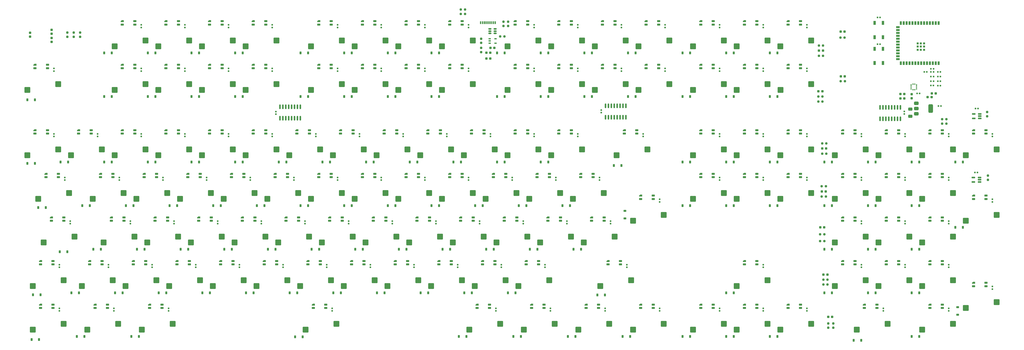
<source format=gbr>
%TF.GenerationSoftware,KiCad,Pcbnew,8.0.8*%
%TF.CreationDate,2025-04-23T12:27:23+02:00*%
%TF.ProjectId,Clavier,436c6176-6965-4722-9e6b-696361645f70,0.0*%
%TF.SameCoordinates,Original*%
%TF.FileFunction,Paste,Bot*%
%TF.FilePolarity,Positive*%
%FSLAX46Y46*%
G04 Gerber Fmt 4.6, Leading zero omitted, Abs format (unit mm)*
G04 Created by KiCad (PCBNEW 8.0.8) date 2025-04-23 12:27:23*
%MOMM*%
%LPD*%
G01*
G04 APERTURE LIST*
G04 Aperture macros list*
%AMRoundRect*
0 Rectangle with rounded corners*
0 $1 Rounding radius*
0 $2 $3 $4 $5 $6 $7 $8 $9 X,Y pos of 4 corners*
0 Add a 4 corners polygon primitive as box body*
4,1,4,$2,$3,$4,$5,$6,$7,$8,$9,$2,$3,0*
0 Add four circle primitives for the rounded corners*
1,1,$1+$1,$2,$3*
1,1,$1+$1,$4,$5*
1,1,$1+$1,$6,$7*
1,1,$1+$1,$8,$9*
0 Add four rect primitives between the rounded corners*
20,1,$1+$1,$2,$3,$4,$5,0*
20,1,$1+$1,$4,$5,$6,$7,0*
20,1,$1+$1,$6,$7,$8,$9,0*
20,1,$1+$1,$8,$9,$2,$3,0*%
%AMFreePoly0*
4,1,18,-0.410000,0.593000,-0.403758,0.624380,-0.385983,0.650983,-0.359380,0.668758,-0.328000,0.675000,0.328000,0.675000,0.359380,0.668758,0.385983,0.650983,0.403758,0.624380,0.410000,0.593000,0.410000,-0.593000,0.403758,-0.624380,0.385983,-0.650983,0.359380,-0.668758,0.328000,-0.675000,0.000000,-0.675000,-0.410000,-0.265000,-0.410000,0.593000,-0.410000,0.593000,$1*%
G04 Aperture macros list end*
%ADD10RoundRect,0.237500X-0.250000X-0.237500X0.250000X-0.237500X0.250000X0.237500X-0.250000X0.237500X0*%
%ADD11RoundRect,0.082000X-0.593000X0.328000X-0.593000X-0.328000X0.593000X-0.328000X0.593000X0.328000X0*%
%ADD12FreePoly0,270.000000*%
%ADD13RoundRect,0.250000X-1.025000X-1.000000X1.025000X-1.000000X1.025000X1.000000X-1.025000X1.000000X0*%
%ADD14RoundRect,0.155000X0.155000X-0.212500X0.155000X0.212500X-0.155000X0.212500X-0.155000X-0.212500X0*%
%ADD15RoundRect,0.237500X0.300000X0.237500X-0.300000X0.237500X-0.300000X-0.237500X0.300000X-0.237500X0*%
%ADD16RoundRect,0.155000X-0.155000X0.212500X-0.155000X-0.212500X0.155000X-0.212500X0.155000X0.212500X0*%
%ADD17RoundRect,0.225000X-0.225000X-0.375000X0.225000X-0.375000X0.225000X0.375000X-0.225000X0.375000X0*%
%ADD18RoundRect,0.225000X-0.375000X0.225000X-0.375000X-0.225000X0.375000X-0.225000X0.375000X0.225000X0*%
%ADD19RoundRect,0.375000X-0.625000X-0.375000X0.625000X-0.375000X0.625000X0.375000X-0.625000X0.375000X0*%
%ADD20RoundRect,0.500000X-0.500000X-1.400000X0.500000X-1.400000X0.500000X1.400000X-0.500000X1.400000X0*%
%ADD21RoundRect,0.237500X-0.300000X-0.237500X0.300000X-0.237500X0.300000X0.237500X-0.300000X0.237500X0*%
%ADD22RoundRect,0.150000X-0.512500X-0.150000X0.512500X-0.150000X0.512500X0.150000X-0.512500X0.150000X0*%
%ADD23RoundRect,0.237500X0.250000X0.237500X-0.250000X0.237500X-0.250000X-0.237500X0.250000X-0.237500X0*%
%ADD24RoundRect,0.225000X0.225000X0.375000X-0.225000X0.375000X-0.225000X-0.375000X0.225000X-0.375000X0*%
%ADD25RoundRect,0.237500X-0.237500X0.250000X-0.237500X-0.250000X0.237500X-0.250000X0.237500X0.250000X0*%
%ADD26RoundRect,0.087500X-0.187500X-0.087500X0.187500X-0.087500X0.187500X0.087500X-0.187500X0.087500X0*%
%ADD27RoundRect,0.087500X-0.087500X-0.187500X0.087500X-0.187500X0.087500X0.187500X-0.087500X0.187500X0*%
%ADD28RoundRect,0.150000X-0.150000X0.850000X-0.150000X-0.850000X0.150000X-0.850000X0.150000X0.850000X0*%
%ADD29RoundRect,0.162500X0.617500X0.162500X-0.617500X0.162500X-0.617500X-0.162500X0.617500X-0.162500X0*%
%ADD30R,1.100000X0.600000*%
%ADD31RoundRect,0.155000X0.212500X0.155000X-0.212500X0.155000X-0.212500X-0.155000X0.212500X-0.155000X0*%
%ADD32RoundRect,0.150000X0.150000X-0.850000X0.150000X0.850000X-0.150000X0.850000X-0.150000X-0.850000X0*%
%ADD33RoundRect,0.237500X-0.237500X0.300000X-0.237500X-0.300000X0.237500X-0.300000X0.237500X0.300000X0*%
%ADD34R,1.100000X1.800000*%
%ADD35RoundRect,0.237500X0.237500X-0.250000X0.237500X0.250000X-0.237500X0.250000X-0.237500X-0.250000X0*%
%ADD36R,0.900000X0.900000*%
%ADD37R,0.900000X1.500000*%
%ADD38R,1.500000X0.900000*%
%ADD39RoundRect,0.155000X-0.212500X-0.155000X0.212500X-0.155000X0.212500X0.155000X-0.212500X0.155000X0*%
%ADD40RoundRect,0.237500X0.237500X-0.300000X0.237500X0.300000X-0.237500X0.300000X-0.237500X-0.300000X0*%
%ADD41R,0.600000X1.240000*%
%ADD42R,0.300000X1.240000*%
%ADD43RoundRect,0.160000X0.197500X0.160000X-0.197500X0.160000X-0.197500X-0.160000X0.197500X-0.160000X0*%
%ADD44RoundRect,0.250000X-0.650000X0.412500X-0.650000X-0.412500X0.650000X-0.412500X0.650000X0.412500X0*%
G04 APERTURE END LIST*
D10*
%TO.C,R3*%
X282227500Y-110265000D03*
X284052500Y-110265000D03*
%TD*%
D11*
%TO.C,LED31*%
X430477500Y-135935000D03*
X430477500Y-134435000D03*
X425027500Y-135935000D03*
D12*
X425027500Y-134435000D03*
%TD*%
D13*
%TO.C,MX42*%
X297000000Y-171450000D03*
X283550000Y-173990000D03*
%TD*%
D10*
%TO.C,R2*%
X282227500Y-112265000D03*
X284052500Y-112265000D03*
%TD*%
D13*
%TO.C,MX60*%
X249375000Y-190500000D03*
X235925000Y-193040000D03*
%TD*%
D11*
%TO.C,LED46*%
X392377500Y-164510000D03*
X392377500Y-163010000D03*
X386927500Y-164510000D03*
D12*
X386927500Y-163010000D03*
%TD*%
D13*
%TO.C,MX53*%
X111262500Y-190500000D03*
X97812500Y-193040000D03*
%TD*%
D14*
%TO.C,C17*%
X142765000Y-137182500D03*
X142765000Y-136047500D03*
%TD*%
%TO.C,C74*%
X111808750Y-203857500D03*
X111808750Y-202722500D03*
%TD*%
D13*
%TO.C,MX84*%
X311287500Y-209550000D03*
X297837500Y-212090000D03*
%TD*%
D15*
%TO.C,C148*%
X449702500Y-119965000D03*
X447977500Y-119965000D03*
%TD*%
%TO.C,C156*%
X487677666Y-148577270D03*
X485952666Y-148577270D03*
%TD*%
D13*
%TO.C,MX30*%
X416062500Y-142875000D03*
X402612500Y-145415000D03*
%TD*%
%TO.C,MX74*%
X113643750Y-209550000D03*
X100193750Y-212090000D03*
%TD*%
%TO.C,MX63*%
X306525000Y-190500000D03*
X293075000Y-193040000D03*
%TD*%
%TO.C,MX15*%
X435112500Y-123825000D03*
X421662500Y-126365000D03*
%TD*%
D14*
%TO.C,C111*%
X226108750Y-241957500D03*
X226108750Y-240822500D03*
%TD*%
D11*
%TO.C,LED10*%
X330465000Y-116885000D03*
X330465000Y-115385000D03*
X325015000Y-116885000D03*
D12*
X325015000Y-115385000D03*
%TD*%
D13*
%TO.C,MX54*%
X135075000Y-190500000D03*
X121625000Y-193040000D03*
%TD*%
D16*
%TO.C,C136*%
X343540000Y-154197500D03*
X343540000Y-155332500D03*
%TD*%
D13*
%TO.C,MX23*%
X268425000Y-142875000D03*
X254975000Y-145415000D03*
%TD*%
%TO.C,MX22*%
X249375000Y-142875000D03*
X235925000Y-145415000D03*
%TD*%
D17*
%TO.C,D12*%
X355190000Y-129285000D03*
X358490000Y-129285000D03*
%TD*%
D18*
%TO.C,D66*%
X353876176Y-198235000D03*
X353876176Y-201535000D03*
%TD*%
D14*
%TO.C,C70*%
X457090000Y-184807500D03*
X457090000Y-183672500D03*
%TD*%
D11*
%TO.C,LED77*%
X173302500Y-202610000D03*
X173302500Y-201110000D03*
X167852500Y-202610000D03*
D12*
X167852500Y-201110000D03*
%TD*%
D17*
%TO.C,D56*%
X155165000Y-195960000D03*
X158465000Y-195960000D03*
%TD*%
D19*
%TO.C,U2*%
X480990000Y-155865000D03*
X480990000Y-153565000D03*
D20*
X487290000Y-153565000D03*
D19*
X480990000Y-151265000D03*
%TD*%
D15*
%TO.C,C154*%
X475777666Y-149177270D03*
X474052666Y-149177270D03*
%TD*%
D11*
%TO.C,LED24*%
X282840000Y-135935000D03*
X282840000Y-134435000D03*
X277390000Y-135935000D03*
D12*
X277390000Y-134435000D03*
%TD*%
D14*
%TO.C,C14*%
X414227500Y-118132500D03*
X414227500Y-116997500D03*
%TD*%
%TO.C,C1*%
X142765000Y-118132500D03*
X142765000Y-116997500D03*
%TD*%
D10*
%TO.C,R10*%
X439915000Y-168765000D03*
X441740000Y-168765000D03*
%TD*%
D13*
%TO.C,MX45*%
X363675000Y-171450000D03*
X350225000Y-173990000D03*
%TD*%
D14*
%TO.C,C112*%
X297546250Y-241957500D03*
X297546250Y-240822500D03*
%TD*%
D21*
%TO.C,C146*%
X440477500Y-226065000D03*
X442202500Y-226065000D03*
%TD*%
D17*
%TO.C,D95*%
X188502500Y-234060000D03*
X191802500Y-234060000D03*
%TD*%
D22*
%TO.C,U6*%
X294902500Y-120677500D03*
X294902500Y-119727500D03*
X294902500Y-118777500D03*
X297177500Y-118777500D03*
X297177500Y-119727500D03*
X297177500Y-120677500D03*
%TD*%
D14*
%TO.C,C103*%
X414227500Y-222907500D03*
X414227500Y-221772500D03*
%TD*%
%TO.C,C78*%
X195152500Y-203857500D03*
X195152500Y-202722500D03*
%TD*%
D17*
%TO.C,D80*%
X217077500Y-215010000D03*
X220377500Y-215010000D03*
%TD*%
%TO.C,D117*%
X398052500Y-253110000D03*
X401352500Y-253110000D03*
%TD*%
D13*
%TO.C,MX86*%
X349387500Y-209550000D03*
X335937500Y-212090000D03*
%TD*%
D17*
%TO.C,D93*%
X150402500Y-234060000D03*
X153702500Y-234060000D03*
%TD*%
D13*
%TO.C,MX28*%
X373200000Y-142875000D03*
X359750000Y-145415000D03*
%TD*%
D17*
%TO.C,D99*%
X264702500Y-234060000D03*
X268002500Y-234060000D03*
%TD*%
D14*
%TO.C,C38*%
X218965000Y-165757500D03*
X218965000Y-164622500D03*
%TD*%
D11*
%TO.C,LED47*%
X411427500Y-164510000D03*
X411427500Y-163010000D03*
X405977500Y-164510000D03*
D12*
X405977500Y-163010000D03*
%TD*%
D14*
%TO.C,C11*%
X352315000Y-118132500D03*
X352315000Y-116997500D03*
%TD*%
D13*
%TO.C,MX114*%
X347006250Y-247650000D03*
X333556250Y-250190000D03*
%TD*%
D21*
%TO.C,C143*%
X439915000Y-171015000D03*
X441640000Y-171015000D03*
%TD*%
D11*
%TO.C,LED89*%
X492390000Y-202610000D03*
X492390000Y-201110000D03*
X486940000Y-202610000D03*
D12*
X486940000Y-201110000D03*
%TD*%
D13*
%TO.C,MX68*%
X416062500Y-190500000D03*
X402612500Y-193040000D03*
%TD*%
D11*
%TO.C,LED49*%
X454290000Y-164510000D03*
X454290000Y-163010000D03*
X448840000Y-164510000D03*
D12*
X448840000Y-163010000D03*
%TD*%
D14*
%TO.C,C56*%
X171340000Y-184807500D03*
X171340000Y-183672500D03*
%TD*%
D11*
%TO.C,LED4*%
X197115000Y-116885000D03*
X197115000Y-115385000D03*
X191665000Y-116885000D03*
D12*
X191665000Y-115385000D03*
%TD*%
D17*
%TO.C,D65*%
X326615000Y-195960000D03*
X329915000Y-195960000D03*
%TD*%
D11*
%TO.C,LED83*%
X287602500Y-202610000D03*
X287602500Y-201110000D03*
X282152500Y-202610000D03*
D12*
X282152500Y-201110000D03*
%TD*%
D14*
%TO.C,C53*%
X109427500Y-184807500D03*
X109427500Y-183672500D03*
%TD*%
D17*
%TO.C,D58*%
X193265000Y-195960000D03*
X196565000Y-195960000D03*
%TD*%
%TO.C,D50*%
X459965000Y-176910000D03*
X463265000Y-176910000D03*
%TD*%
D14*
%TO.C,C92*%
X147527500Y-222907500D03*
X147527500Y-221772500D03*
%TD*%
%TO.C,C97*%
X242777500Y-222907500D03*
X242777500Y-221772500D03*
%TD*%
%TO.C,C108*%
X107046250Y-241957500D03*
X107046250Y-240822500D03*
%TD*%
D17*
%TO.C,D5*%
X212315000Y-129285000D03*
X215615000Y-129285000D03*
%TD*%
D13*
%TO.C,MX115*%
X370818750Y-247650000D03*
X357368750Y-250190000D03*
%TD*%
D14*
%TO.C,C27*%
X352315000Y-137182500D03*
X352315000Y-136047500D03*
%TD*%
%TO.C,C117*%
X414227500Y-241957500D03*
X414227500Y-240822500D03*
%TD*%
D11*
%TO.C,LED14*%
X411427500Y-116885000D03*
X411427500Y-115385000D03*
X405977500Y-116885000D03*
D12*
X405977500Y-115385000D03*
%TD*%
D17*
%TO.C,D4*%
X183740000Y-129285000D03*
X187040000Y-129285000D03*
%TD*%
D23*
%TO.C,R9*%
X441740000Y-173265000D03*
X439915000Y-173265000D03*
%TD*%
D17*
%TO.C,D92*%
X131352500Y-234060000D03*
X134652500Y-234060000D03*
%TD*%
D14*
%TO.C,C72*%
X495190000Y-184807500D03*
X495190000Y-183672500D03*
%TD*%
%TO.C,C67*%
X395177500Y-184807500D03*
X395177500Y-183672500D03*
%TD*%
%TO.C,C19*%
X180865000Y-137182500D03*
X180865000Y-136047500D03*
%TD*%
%TO.C,C98*%
X261827500Y-222907500D03*
X261827500Y-221772500D03*
%TD*%
D23*
%TO.C,R11*%
X441552500Y-192015000D03*
X439727500Y-192015000D03*
%TD*%
D24*
%TO.C,D45*%
X352345000Y-178465000D03*
X349045000Y-178465000D03*
%TD*%
D13*
%TO.C,MX87*%
X458925000Y-209550000D03*
X445475000Y-212090000D03*
%TD*%
D17*
%TO.C,D70*%
X440915000Y-195960000D03*
X444215000Y-195960000D03*
%TD*%
D24*
%TO.C,D32*%
X96401176Y-177533000D03*
X93101176Y-177533000D03*
%TD*%
D11*
%TO.C,LED9*%
X311415000Y-116885000D03*
X311415000Y-115385000D03*
X305965000Y-116885000D03*
D12*
X305965000Y-115385000D03*
%TD*%
D14*
%TO.C,C66*%
X368983750Y-194332500D03*
X368983750Y-193197500D03*
%TD*%
%TO.C,C84*%
X309452500Y-203857500D03*
X309452500Y-202722500D03*
%TD*%
D11*
%TO.C,LED111*%
X223308750Y-240710000D03*
X223308750Y-239210000D03*
X217858750Y-240710000D03*
D12*
X217858750Y-239210000D03*
%TD*%
D13*
%TO.C,MX117*%
X416062500Y-247650000D03*
X402612500Y-250190000D03*
%TD*%
%TO.C,MX20*%
X201750000Y-142875000D03*
X188300000Y-145415000D03*
%TD*%
D11*
%TO.C,LED71*%
X473340000Y-183560000D03*
X473340000Y-182060000D03*
X467890000Y-183560000D03*
D12*
X467890000Y-182060000D03*
%TD*%
D14*
%TO.C,C37*%
X199915000Y-165757500D03*
X199915000Y-164622500D03*
%TD*%
D17*
%TO.C,D67*%
X379002500Y-195960000D03*
X382302500Y-195960000D03*
%TD*%
%TO.C,D22*%
X231365000Y-148335000D03*
X234665000Y-148335000D03*
%TD*%
D13*
%TO.C,MX58*%
X211275000Y-190500000D03*
X197825000Y-193040000D03*
%TD*%
%TO.C,MX101*%
X320812500Y-228600000D03*
X307362500Y-231140000D03*
%TD*%
D14*
%TO.C,C44*%
X333265000Y-165757500D03*
X333265000Y-164622500D03*
%TD*%
D17*
%TO.C,D3*%
X164690000Y-129285000D03*
X167990000Y-129285000D03*
%TD*%
%TO.C,D86*%
X331377500Y-215010000D03*
X334677500Y-215010000D03*
%TD*%
%TO.C,D71*%
X459965000Y-195960000D03*
X463265000Y-195960000D03*
%TD*%
D25*
%TO.C,R20*%
X300840000Y-115652500D03*
X300840000Y-117477500D03*
%TD*%
D13*
%TO.C,MX64*%
X325575000Y-190500000D03*
X312125000Y-193040000D03*
%TD*%
D14*
%TO.C,C16*%
X104665000Y-137182500D03*
X104665000Y-136047500D03*
%TD*%
%TO.C,C118*%
X433277500Y-241957500D03*
X433277500Y-240822500D03*
%TD*%
%TO.C,C64*%
X323740000Y-184807500D03*
X323740000Y-183672500D03*
%TD*%
D15*
%TO.C,C142*%
X440002500Y-146015000D03*
X438277500Y-146015000D03*
%TD*%
D11*
%TO.C,LED34*%
X139965000Y-164510000D03*
X139965000Y-163010000D03*
X134515000Y-164510000D03*
D12*
X134515000Y-163010000D03*
%TD*%
D13*
%TO.C,MX66*%
X370818750Y-200025000D03*
X357368750Y-202565000D03*
%TD*%
D26*
%TO.C,U10*%
X478690166Y-145092270D03*
X478690166Y-144592270D03*
X478690166Y-144092270D03*
X478690166Y-143592270D03*
X478690166Y-143092270D03*
D27*
X479415166Y-142867270D03*
X479915166Y-142867270D03*
X480415166Y-142867270D03*
D26*
X481140166Y-143092270D03*
X481140166Y-143592270D03*
X481140166Y-144092270D03*
X481140166Y-144592270D03*
X481140166Y-145092270D03*
D27*
X480415166Y-145317270D03*
X479915166Y-145317270D03*
X479415166Y-145317270D03*
%TD*%
D21*
%TO.C,C147*%
X442577500Y-244552500D03*
X444302500Y-244552500D03*
%TD*%
D13*
%TO.C,MX95*%
X206512500Y-228600000D03*
X193062500Y-231140000D03*
%TD*%
D14*
%TO.C,C40*%
X257065000Y-165757500D03*
X257065000Y-164622500D03*
%TD*%
D13*
%TO.C,MX14*%
X416062500Y-123825000D03*
X402612500Y-126365000D03*
%TD*%
D11*
%TO.C,LED43*%
X311415000Y-164510000D03*
X311415000Y-163010000D03*
X305965000Y-164510000D03*
D12*
X305965000Y-163010000D03*
%TD*%
D14*
%TO.C,C116*%
X395177500Y-241957500D03*
X395177500Y-240822500D03*
%TD*%
D11*
%TO.C,LED25*%
X311415000Y-135935000D03*
X311415000Y-134435000D03*
X305965000Y-135935000D03*
D12*
X305965000Y-134435000D03*
%TD*%
D16*
%TO.C,C135*%
X201572500Y-154897500D03*
X201572500Y-156032500D03*
%TD*%
D17*
%TO.C,D42*%
X278990000Y-176910000D03*
X282290000Y-176910000D03*
%TD*%
D11*
%TO.C,LED62*%
X282840000Y-183560000D03*
X282840000Y-182060000D03*
X277390000Y-183560000D03*
D12*
X277390000Y-182060000D03*
%TD*%
D11*
%TO.C,LED107*%
X511440000Y-231185000D03*
X511440000Y-229685000D03*
X505990000Y-231185000D03*
D12*
X505990000Y-229685000D03*
%TD*%
D17*
%TO.C,D10*%
X317090000Y-129285000D03*
X320390000Y-129285000D03*
%TD*%
D28*
%TO.C,U4*%
X345355176Y-152325000D03*
X346625176Y-152325000D03*
X347895176Y-152325000D03*
X349165176Y-152325000D03*
X350435176Y-152325000D03*
X351705176Y-152325000D03*
X352975176Y-152325000D03*
X354245176Y-152325000D03*
X354245176Y-157325000D03*
X352975176Y-157325000D03*
X351705176Y-157325000D03*
X350435176Y-157325000D03*
X349165176Y-157325000D03*
X347895176Y-157325000D03*
X346625176Y-157325000D03*
X345355176Y-157325000D03*
%TD*%
D14*
%TO.C,C62*%
X285640000Y-184807500D03*
X285640000Y-183672500D03*
%TD*%
D17*
%TO.C,D31*%
X417102500Y-148335000D03*
X420402500Y-148335000D03*
%TD*%
D13*
%TO.C,MX85*%
X330337500Y-209550000D03*
X316887500Y-212090000D03*
%TD*%
%TO.C,MX99*%
X282712500Y-228600000D03*
X269262500Y-231140000D03*
%TD*%
%TO.C,MX113*%
X323193750Y-247650000D03*
X309743750Y-250190000D03*
%TD*%
D11*
%TO.C,LED56*%
X168540000Y-183560000D03*
X168540000Y-182060000D03*
X163090000Y-183560000D03*
D12*
X163090000Y-182060000D03*
%TD*%
D10*
%TO.C,R16*%
X440427500Y-228265000D03*
X442252500Y-228265000D03*
%TD*%
D11*
%TO.C,LED97*%
X239977500Y-221660000D03*
X239977500Y-220160000D03*
X234527500Y-221660000D03*
D12*
X234527500Y-220160000D03*
%TD*%
D14*
%TO.C,C109*%
X130858750Y-241957500D03*
X130858750Y-240822500D03*
%TD*%
D17*
%TO.C,D77*%
X159927500Y-215010000D03*
X163227500Y-215010000D03*
%TD*%
D14*
%TO.C,C137*%
X475740000Y-155932500D03*
X475740000Y-154797500D03*
%TD*%
D17*
%TO.C,D37*%
X183740000Y-176910000D03*
X187040000Y-176910000D03*
%TD*%
D11*
%TO.C,LED64*%
X320940000Y-183560000D03*
X320940000Y-182060000D03*
X315490000Y-183560000D03*
D12*
X315490000Y-182060000D03*
%TD*%
D13*
%TO.C,MX61*%
X268425000Y-190500000D03*
X254975000Y-193040000D03*
%TD*%
D14*
%TO.C,C20*%
X199915000Y-137182500D03*
X199915000Y-136047500D03*
%TD*%
%TO.C,C24*%
X285640000Y-137182500D03*
X285640000Y-136047500D03*
%TD*%
D17*
%TO.C,D52*%
X498065000Y-176910000D03*
X501365000Y-176910000D03*
%TD*%
D14*
%TO.C,C113*%
X321358750Y-241957500D03*
X321358750Y-240822500D03*
%TD*%
D11*
%TO.C,LED29*%
X392377500Y-135935000D03*
X392377500Y-134435000D03*
X386927500Y-135935000D03*
D12*
X386927500Y-134435000D03*
%TD*%
D11*
%TO.C,LED5*%
X225690000Y-116885000D03*
X225690000Y-115385000D03*
X220240000Y-116885000D03*
D12*
X220240000Y-115385000D03*
%TD*%
D13*
%TO.C,MX1*%
X144600000Y-123825000D03*
X131150000Y-126365000D03*
%TD*%
D17*
%TO.C,D111*%
X209935000Y-253265000D03*
X213235000Y-253265000D03*
%TD*%
D25*
%TO.C,R24*%
X110540000Y-120352500D03*
X110540000Y-122177500D03*
%TD*%
D17*
%TO.C,D64*%
X307565000Y-195960000D03*
X310865000Y-195960000D03*
%TD*%
D15*
%TO.C,C153*%
X475777666Y-147177270D03*
X474052666Y-147177270D03*
%TD*%
D14*
%TO.C,C32*%
X104665000Y-165757500D03*
X104665000Y-164622500D03*
%TD*%
D17*
%TO.C,D109*%
X114683750Y-253110000D03*
X117983750Y-253110000D03*
%TD*%
%TO.C,D83*%
X274227500Y-215010000D03*
X277527500Y-215010000D03*
%TD*%
D14*
%TO.C,C119*%
X466615000Y-241957500D03*
X466615000Y-240822500D03*
%TD*%
D17*
%TO.C,D113*%
X305183750Y-253110000D03*
X308483750Y-253110000D03*
%TD*%
D14*
%TO.C,C96*%
X223727500Y-222907500D03*
X223727500Y-221772500D03*
%TD*%
%TO.C,C71*%
X476140000Y-184807500D03*
X476140000Y-183672500D03*
%TD*%
D13*
%TO.C,MX49*%
X458925000Y-171450000D03*
X445475000Y-173990000D03*
%TD*%
%TO.C,MX44*%
X335100000Y-171450000D03*
X321650000Y-173990000D03*
%TD*%
%TO.C,MX116*%
X397012500Y-247650000D03*
X383562500Y-250190000D03*
%TD*%
D11*
%TO.C,LED69*%
X430477500Y-183560000D03*
X430477500Y-182060000D03*
X425027500Y-183560000D03*
D12*
X425027500Y-182060000D03*
%TD*%
D13*
%TO.C,MX19*%
X182700000Y-142875000D03*
X169250000Y-145415000D03*
%TD*%
D25*
%TO.C,R18*%
X442540000Y-247440000D03*
X442540000Y-249265000D03*
%TD*%
D11*
%TO.C,LED28*%
X368565000Y-135935000D03*
X368565000Y-134435000D03*
X363115000Y-135935000D03*
D12*
X363115000Y-134435000D03*
%TD*%
D29*
%TO.C,U8*%
X508642176Y-183695000D03*
X508642176Y-184645000D03*
X508642176Y-185595000D03*
X505942176Y-185595000D03*
X505942176Y-183695000D03*
%TD*%
D10*
%TO.C,R7*%
X438227500Y-148265000D03*
X440052500Y-148265000D03*
%TD*%
D13*
%TO.C,MX10*%
X335100000Y-123825000D03*
X321650000Y-126365000D03*
%TD*%
D14*
%TO.C,C91*%
X128477500Y-222907500D03*
X128477500Y-221772500D03*
%TD*%
D13*
%TO.C,MX75*%
X139837500Y-209550000D03*
X126387500Y-212090000D03*
%TD*%
D17*
%TO.C,D104*%
X440915000Y-234060000D03*
X444215000Y-234060000D03*
%TD*%
%TO.C,D96*%
X207552500Y-234060000D03*
X210852500Y-234060000D03*
%TD*%
D11*
%TO.C,LED30*%
X411427500Y-135935000D03*
X411427500Y-134435000D03*
X405977500Y-135935000D03*
D12*
X405977500Y-134435000D03*
%TD*%
D17*
%TO.C,D25*%
X298040000Y-148335000D03*
X301340000Y-148335000D03*
%TD*%
%TO.C,D88*%
X459965000Y-215010000D03*
X463265000Y-215010000D03*
%TD*%
%TO.C,D54*%
X117065000Y-195960000D03*
X120365000Y-195960000D03*
%TD*%
D11*
%TO.C,LED50*%
X473340000Y-164510000D03*
X473340000Y-163010000D03*
X467890000Y-164510000D03*
D12*
X467890000Y-163010000D03*
%TD*%
D11*
%TO.C,LED35*%
X159015000Y-164510000D03*
X159015000Y-163010000D03*
X153565000Y-164510000D03*
D12*
X153565000Y-163010000D03*
%TD*%
D24*
%TO.C,D102*%
X345145000Y-234965000D03*
X341845000Y-234965000D03*
%TD*%
D13*
%TO.C,MX12*%
X373200000Y-123825000D03*
X359750000Y-126365000D03*
%TD*%
%TO.C,MX37*%
X201750000Y-171450000D03*
X188300000Y-173990000D03*
%TD*%
D30*
%TO.C,U11*%
X294815166Y-124977270D03*
X294815166Y-124027270D03*
X294815166Y-123077270D03*
X297415166Y-123077270D03*
X297415166Y-124977270D03*
%TD*%
D11*
%TO.C,LED65*%
X339990000Y-183560000D03*
X339990000Y-182060000D03*
X334540000Y-183560000D03*
D12*
X334540000Y-182060000D03*
%TD*%
D11*
%TO.C,LED48*%
X430477500Y-164510000D03*
X430477500Y-163010000D03*
X425027500Y-164510000D03*
D12*
X425027500Y-163010000D03*
%TD*%
D13*
%TO.C,MX96*%
X225562500Y-228600000D03*
X212112500Y-231140000D03*
%TD*%
D17*
%TO.C,D33*%
X107540000Y-176910000D03*
X110840000Y-176910000D03*
%TD*%
D13*
%TO.C,MX76*%
X158887500Y-209550000D03*
X145437500Y-212090000D03*
%TD*%
D31*
%TO.C,C159*%
X491782666Y-152444770D03*
X490647666Y-152444770D03*
%TD*%
D21*
%TO.C,C145*%
X439077500Y-205465000D03*
X440802500Y-205465000D03*
%TD*%
D14*
%TO.C,C52*%
X514240000Y-165757500D03*
X514240000Y-164622500D03*
%TD*%
D32*
%TO.C,U5*%
X474085000Y-158015000D03*
X472815000Y-158015000D03*
X471545000Y-158015000D03*
X470275000Y-158015000D03*
X469005000Y-158015000D03*
X467735000Y-158015000D03*
X466465000Y-158015000D03*
X465195000Y-158015000D03*
X465195000Y-153015000D03*
X466465000Y-153015000D03*
X467735000Y-153015000D03*
X469005000Y-153015000D03*
X470275000Y-153015000D03*
X471545000Y-153015000D03*
X472815000Y-153015000D03*
X474085000Y-153015000D03*
%TD*%
D11*
%TO.C,LED118*%
X430477500Y-240710000D03*
X430477500Y-239210000D03*
X425027500Y-240710000D03*
D12*
X425027500Y-239210000D03*
%TD*%
D11*
%TO.C,LED3*%
X178065000Y-116885000D03*
X178065000Y-115385000D03*
X172615000Y-116885000D03*
D12*
X172615000Y-115385000D03*
%TD*%
D13*
%TO.C,MX57*%
X192225000Y-190500000D03*
X178775000Y-193040000D03*
%TD*%
D25*
%TO.C,R28*%
X291140000Y-123052500D03*
X291140000Y-124877500D03*
%TD*%
D13*
%TO.C,MX48*%
X435112500Y-171450000D03*
X421662500Y-173990000D03*
%TD*%
D11*
%TO.C,LED110*%
X151871250Y-240710000D03*
X151871250Y-239210000D03*
X146421250Y-240710000D03*
D12*
X146421250Y-239210000D03*
%TD*%
D14*
%TO.C,C75*%
X138002500Y-203857500D03*
X138002500Y-202722500D03*
%TD*%
D13*
%TO.C,MX73*%
X516075000Y-200025000D03*
X502625000Y-202565000D03*
%TD*%
D17*
%TO.C,D17*%
X126590000Y-148335000D03*
X129890000Y-148335000D03*
%TD*%
D13*
%TO.C,MX106*%
X497025000Y-228600000D03*
X483575000Y-231140000D03*
%TD*%
D14*
%TO.C,C100*%
X299927500Y-222907500D03*
X299927500Y-221772500D03*
%TD*%
D23*
%TO.C,R13*%
X440852500Y-211465000D03*
X439027500Y-211465000D03*
%TD*%
D11*
%TO.C,LED22*%
X244740000Y-135935000D03*
X244740000Y-134435000D03*
X239290000Y-135935000D03*
D12*
X239290000Y-134435000D03*
%TD*%
D11*
%TO.C,LED90*%
X104246250Y-221660000D03*
X104246250Y-220160000D03*
X98796250Y-221660000D03*
D12*
X98796250Y-220160000D03*
%TD*%
D14*
%TO.C,C45*%
X361840000Y-165757500D03*
X361840000Y-164622500D03*
%TD*%
D17*
%TO.C,D78*%
X178977500Y-215010000D03*
X182277500Y-215010000D03*
%TD*%
D11*
%TO.C,LED13*%
X392377500Y-116885000D03*
X392377500Y-115385000D03*
X386927500Y-116885000D03*
D12*
X386927500Y-115385000D03*
%TD*%
D14*
%TO.C,C90*%
X107046250Y-222907500D03*
X107046250Y-221772500D03*
%TD*%
D13*
%TO.C,MX92*%
X149362500Y-228600000D03*
X135912500Y-231140000D03*
%TD*%
D14*
%TO.C,C33*%
X123715000Y-165757500D03*
X123715000Y-164622500D03*
%TD*%
%TO.C,C12*%
X371365000Y-118132500D03*
X371365000Y-116997500D03*
%TD*%
%TO.C,C101*%
X318977500Y-222907500D03*
X318977500Y-221772500D03*
%TD*%
D17*
%TO.C,D60*%
X231365000Y-195960000D03*
X234665000Y-195960000D03*
%TD*%
D13*
%TO.C,MX89*%
X497025000Y-209550000D03*
X483575000Y-212090000D03*
%TD*%
%TO.C,MX109*%
X132693750Y-247650000D03*
X119243750Y-250190000D03*
%TD*%
D31*
%TO.C,C151*%
X507707500Y-181515000D03*
X506572500Y-181515000D03*
%TD*%
D13*
%TO.C,MX24*%
X287475000Y-142875000D03*
X274025000Y-145415000D03*
%TD*%
%TO.C,MX110*%
X156506250Y-247650000D03*
X143056250Y-250190000D03*
%TD*%
%TO.C,MX34*%
X144600000Y-171450000D03*
X131150000Y-173990000D03*
%TD*%
D11*
%TO.C,LED114*%
X342371250Y-240710000D03*
X342371250Y-239210000D03*
X336921250Y-240710000D03*
D12*
X336921250Y-239210000D03*
%TD*%
D17*
%TO.C,D57*%
X174215000Y-195960000D03*
X177515000Y-195960000D03*
%TD*%
D14*
%TO.C,C82*%
X271352500Y-203857500D03*
X271352500Y-202722500D03*
%TD*%
D11*
%TO.C,LED58*%
X206640000Y-183560000D03*
X206640000Y-182060000D03*
X201190000Y-183560000D03*
D12*
X201190000Y-182060000D03*
%TD*%
D33*
%TO.C,C158*%
X479015166Y-147314770D03*
X479015166Y-149039770D03*
%TD*%
D17*
%TO.C,D27*%
X336140000Y-148335000D03*
X339440000Y-148335000D03*
%TD*%
%TO.C,D115*%
X352808750Y-253110000D03*
X356108750Y-253110000D03*
%TD*%
D14*
%TO.C,C15*%
X433277500Y-118132500D03*
X433277500Y-116997500D03*
%TD*%
D13*
%TO.C,MX5*%
X230325000Y-123825000D03*
X216875000Y-126365000D03*
%TD*%
%TO.C,MX31*%
X435160176Y-142875000D03*
X421710176Y-145415000D03*
%TD*%
D11*
%TO.C,LED75*%
X135202500Y-202610000D03*
X135202500Y-201110000D03*
X129752500Y-202610000D03*
D12*
X129752500Y-201110000D03*
%TD*%
D17*
%TO.C,D15*%
X417102500Y-129285000D03*
X420402500Y-129285000D03*
%TD*%
D33*
%TO.C,C138*%
X94288176Y-120409500D03*
X94288176Y-122134500D03*
%TD*%
D11*
%TO.C,LED78*%
X192352500Y-202610000D03*
X192352500Y-201110000D03*
X186902500Y-202610000D03*
D12*
X186902500Y-201110000D03*
%TD*%
D14*
%TO.C,C21*%
X228490000Y-137182500D03*
X228490000Y-136047500D03*
%TD*%
%TO.C,C76*%
X157052500Y-203857500D03*
X157052500Y-202722500D03*
%TD*%
D13*
%TO.C,MX40*%
X258900000Y-171450000D03*
X245450000Y-173990000D03*
%TD*%
D21*
%TO.C,C144*%
X439777500Y-189765000D03*
X441502500Y-189765000D03*
%TD*%
D14*
%TO.C,C85*%
X328502500Y-203857500D03*
X328502500Y-202722500D03*
%TD*%
D34*
%TO.C,SW1*%
X462790000Y-116165000D03*
X462790000Y-122365000D03*
X466490000Y-116165000D03*
X466490000Y-122365000D03*
%TD*%
D24*
%TO.C,D16*%
X96401176Y-149720000D03*
X93101176Y-149720000D03*
%TD*%
D13*
%TO.C,MX82*%
X273187500Y-209550000D03*
X259737500Y-212090000D03*
%TD*%
D14*
%TO.C,C18*%
X161815000Y-137182500D03*
X161815000Y-136047500D03*
%TD*%
D13*
%TO.C,MX79*%
X216037500Y-209550000D03*
X202587500Y-212090000D03*
%TD*%
D15*
%TO.C,C149*%
X449777666Y-139477270D03*
X448052666Y-139477270D03*
%TD*%
D14*
%TO.C,C58*%
X209440000Y-184807500D03*
X209440000Y-183672500D03*
%TD*%
D11*
%TO.C,LED93*%
X163777500Y-221660000D03*
X163777500Y-220160000D03*
X158327500Y-221660000D03*
D12*
X158327500Y-220160000D03*
%TD*%
D13*
%TO.C,MX55*%
X154125000Y-190500000D03*
X140675000Y-193040000D03*
%TD*%
D11*
%TO.C,LED17*%
X139965000Y-135935000D03*
X139965000Y-134435000D03*
X134515000Y-135935000D03*
D12*
X134515000Y-134435000D03*
%TD*%
D14*
%TO.C,C102*%
X354696250Y-222907500D03*
X354696250Y-221772500D03*
%TD*%
D13*
%TO.C,MX56*%
X173175000Y-190500000D03*
X159725000Y-193040000D03*
%TD*%
D11*
%TO.C,LED54*%
X130440000Y-183560000D03*
X130440000Y-182060000D03*
X124990000Y-183560000D03*
D12*
X124990000Y-182060000D03*
%TD*%
D13*
%TO.C,MX13*%
X397012500Y-123825000D03*
X383562500Y-126365000D03*
%TD*%
D17*
%TO.C,D69*%
X417102500Y-195960000D03*
X420402500Y-195960000D03*
%TD*%
D13*
%TO.C,MX71*%
X477975000Y-190500000D03*
X464525000Y-193040000D03*
%TD*%
D10*
%TO.C,R27*%
X448002666Y-141577270D03*
X449827666Y-141577270D03*
%TD*%
D25*
%TO.C,R25*%
X113340000Y-120352500D03*
X113340000Y-122177500D03*
%TD*%
D35*
%TO.C,R22*%
X512245176Y-184668500D03*
X512245176Y-182843500D03*
%TD*%
D14*
%TO.C,C10*%
X333265000Y-118132500D03*
X333265000Y-116997500D03*
%TD*%
D21*
%TO.C,C132*%
X293377500Y-131665000D03*
X295102500Y-131665000D03*
%TD*%
D35*
%TO.C,R17*%
X444740000Y-249265000D03*
X444740000Y-247440000D03*
%TD*%
D17*
%TO.C,D23*%
X250415000Y-148335000D03*
X253715000Y-148335000D03*
%TD*%
D14*
%TO.C,C93*%
X166577500Y-222907500D03*
X166577500Y-221772500D03*
%TD*%
D35*
%TO.C,R19*%
X511890000Y-156927500D03*
X511890000Y-155102500D03*
%TD*%
D17*
%TO.C,D82*%
X255177500Y-215010000D03*
X258477500Y-215010000D03*
%TD*%
D14*
%TO.C,C34*%
X142765000Y-165757500D03*
X142765000Y-164622500D03*
%TD*%
D13*
%TO.C,MX65*%
X344625000Y-190500000D03*
X331175000Y-193040000D03*
%TD*%
D11*
%TO.C,LED6*%
X244740000Y-116885000D03*
X244740000Y-115385000D03*
X239290000Y-116885000D03*
D12*
X239290000Y-115385000D03*
%TD*%
D17*
%TO.C,D59*%
X212315000Y-195960000D03*
X215615000Y-195960000D03*
%TD*%
D11*
%TO.C,LED74*%
X109008750Y-202610000D03*
X109008750Y-201110000D03*
X103558750Y-202610000D03*
D12*
X103558750Y-201110000D03*
%TD*%
D13*
%TO.C,MX90*%
X108881250Y-228600000D03*
X95431250Y-231140000D03*
%TD*%
D17*
%TO.C,D41*%
X259940000Y-176910000D03*
X263240000Y-176910000D03*
%TD*%
D14*
%TO.C,C73*%
X514240000Y-194332500D03*
X514240000Y-193197500D03*
%TD*%
D17*
%TO.C,D62*%
X269465000Y-195960000D03*
X272765000Y-195960000D03*
%TD*%
D13*
%TO.C,MX120*%
X497025000Y-247650000D03*
X483575000Y-250190000D03*
%TD*%
D14*
%TO.C,C87*%
X457090000Y-203857500D03*
X457090000Y-202722500D03*
%TD*%
D17*
%TO.C,D9*%
X298040000Y-129285000D03*
X301340000Y-129285000D03*
%TD*%
%TO.C,D20*%
X183740000Y-148335000D03*
X187040000Y-148335000D03*
%TD*%
D36*
%TO.C,U1*%
X481605000Y-127865000D03*
X483005000Y-127865000D03*
X484405000Y-127865000D03*
X481605000Y-126465000D03*
X483005000Y-126465000D03*
X484405000Y-126465000D03*
X481605000Y-125065000D03*
X483005000Y-125065000D03*
X484405000Y-125065000D03*
D37*
X490725000Y-133715000D03*
X489455000Y-133715000D03*
X488185000Y-133715000D03*
X486915000Y-133715000D03*
X485645000Y-133715000D03*
X484375000Y-133715000D03*
X483105000Y-133715000D03*
X481835000Y-133715000D03*
X480565000Y-133715000D03*
X479295000Y-133715000D03*
X478025000Y-133715000D03*
X476755000Y-133715000D03*
X475485000Y-133715000D03*
X474215000Y-133715000D03*
D38*
X472965000Y-131950000D03*
X472965000Y-130680000D03*
X472965000Y-129410000D03*
X472965000Y-128140000D03*
X472965000Y-126870000D03*
X472965000Y-125600000D03*
X472965000Y-124330000D03*
X472965000Y-123060000D03*
X472965000Y-121790000D03*
X472965000Y-120520000D03*
X472965000Y-119250000D03*
X472965000Y-117980000D03*
D37*
X474215000Y-116215000D03*
X475485000Y-116215000D03*
X476755000Y-116215000D03*
X478025000Y-116215000D03*
X479295000Y-116215000D03*
X480565000Y-116215000D03*
X481835000Y-116215000D03*
X483105000Y-116215000D03*
X484375000Y-116215000D03*
X485645000Y-116215000D03*
X486915000Y-116215000D03*
X488185000Y-116215000D03*
X489455000Y-116215000D03*
X490725000Y-116215000D03*
%TD*%
D11*
%TO.C,LED102*%
X351896250Y-221660000D03*
X351896250Y-220160000D03*
X346446250Y-221660000D03*
D12*
X346446250Y-220160000D03*
%TD*%
D13*
%TO.C,MX11*%
X354150000Y-123825000D03*
X340700000Y-126365000D03*
%TD*%
D17*
%TO.C,D84*%
X293277500Y-215010000D03*
X296577500Y-215010000D03*
%TD*%
%TO.C,D18*%
X145640000Y-148335000D03*
X148940000Y-148335000D03*
%TD*%
%TO.C,D81*%
X236127500Y-215010000D03*
X239427500Y-215010000D03*
%TD*%
%TO.C,D103*%
X398052500Y-234060000D03*
X401352500Y-234060000D03*
%TD*%
%TO.C,D55*%
X136115000Y-195960000D03*
X139415000Y-195960000D03*
%TD*%
D11*
%TO.C,LED2*%
X159015000Y-116885000D03*
X159015000Y-115385000D03*
X153565000Y-116885000D03*
D12*
X153565000Y-115385000D03*
%TD*%
D17*
%TO.C,D75*%
X121827500Y-215010000D03*
X125127500Y-215010000D03*
%TD*%
D14*
%TO.C,C77*%
X176102500Y-203857500D03*
X176102500Y-202722500D03*
%TD*%
D11*
%TO.C,LED101*%
X316177500Y-221660000D03*
X316177500Y-220160000D03*
X310727500Y-221660000D03*
D12*
X310727500Y-220160000D03*
%TD*%
D24*
%TO.C,D119*%
X457005000Y-254800000D03*
X453705000Y-254800000D03*
%TD*%
%TO.C,D90*%
X98814176Y-234937000D03*
X95514176Y-234937000D03*
%TD*%
D11*
%TO.C,LED41*%
X273315000Y-164510000D03*
X273315000Y-163010000D03*
X267865000Y-164510000D03*
D12*
X267865000Y-163010000D03*
%TD*%
D14*
%TO.C,C83*%
X290402500Y-203857500D03*
X290402500Y-202722500D03*
%TD*%
D17*
%TO.C,D8*%
X269465000Y-129285000D03*
X272765000Y-129285000D03*
%TD*%
D11*
%TO.C,LED79*%
X211402500Y-202610000D03*
X211402500Y-201110000D03*
X205952500Y-202610000D03*
D12*
X205952500Y-201110000D03*
%TD*%
D14*
%TO.C,C50*%
X476140000Y-165757500D03*
X476140000Y-164622500D03*
%TD*%
D15*
%TO.C,C131*%
X296902500Y-127065000D03*
X295177500Y-127065000D03*
%TD*%
D17*
%TO.C,D49*%
X440915000Y-176910000D03*
X444215000Y-176910000D03*
%TD*%
D13*
%TO.C,MX2*%
X163650000Y-123825000D03*
X150200000Y-126365000D03*
%TD*%
D11*
%TO.C,LED8*%
X282840000Y-116885000D03*
X282840000Y-115385000D03*
X277390000Y-116885000D03*
D12*
X277390000Y-115385000D03*
%TD*%
D11*
%TO.C,LED52*%
X511440000Y-164510000D03*
X511440000Y-163010000D03*
X505990000Y-164510000D03*
D12*
X505990000Y-163010000D03*
%TD*%
D17*
%TO.C,D85*%
X312327500Y-215010000D03*
X315627500Y-215010000D03*
%TD*%
D13*
%TO.C,MX93*%
X168412500Y-228600000D03*
X154962500Y-231140000D03*
%TD*%
D18*
%TO.C,D107*%
X499014676Y-240294500D03*
X499014676Y-243594500D03*
%TD*%
D11*
%TO.C,LED105*%
X473340000Y-221660000D03*
X473340000Y-220160000D03*
X467890000Y-221660000D03*
D12*
X467890000Y-220160000D03*
%TD*%
D17*
%TO.C,D72*%
X479015000Y-195960000D03*
X482315000Y-195960000D03*
%TD*%
D13*
%TO.C,MX59*%
X230325000Y-190500000D03*
X216875000Y-193040000D03*
%TD*%
D39*
%TO.C,C128*%
X490397500Y-137580000D03*
X491532500Y-137580000D03*
%TD*%
D10*
%TO.C,R12*%
X439727500Y-187515000D03*
X441552500Y-187515000D03*
%TD*%
D14*
%TO.C,C51*%
X495190000Y-165757500D03*
X495190000Y-164622500D03*
%TD*%
D13*
%TO.C,MX39*%
X239850000Y-171450000D03*
X226400000Y-173990000D03*
%TD*%
D11*
%TO.C,LED55*%
X149490000Y-183560000D03*
X149490000Y-182060000D03*
X144040000Y-183560000D03*
D12*
X144040000Y-182060000D03*
%TD*%
D14*
%TO.C,C8*%
X285640000Y-118132500D03*
X285640000Y-116997500D03*
%TD*%
D11*
%TO.C,LED45*%
X359040000Y-164510000D03*
X359040000Y-163010000D03*
X353590000Y-164510000D03*
D12*
X353590000Y-163010000D03*
%TD*%
D14*
%TO.C,C7*%
X266590000Y-118132500D03*
X266590000Y-116997500D03*
%TD*%
%TO.C,C81*%
X252302500Y-203857500D03*
X252302500Y-202722500D03*
%TD*%
D17*
%TO.C,D40*%
X240890000Y-176910000D03*
X244190000Y-176910000D03*
%TD*%
D14*
%TO.C,C42*%
X295165000Y-165757500D03*
X295165000Y-164622500D03*
%TD*%
D15*
%TO.C,C141*%
X440252500Y-128265000D03*
X438527500Y-128265000D03*
%TD*%
D13*
%TO.C,MX77*%
X177937500Y-209550000D03*
X164487500Y-212090000D03*
%TD*%
D14*
%TO.C,C35*%
X161815000Y-165757500D03*
X161815000Y-164622500D03*
%TD*%
D11*
%TO.C,LED100*%
X297127500Y-221660000D03*
X297127500Y-220160000D03*
X291677500Y-221660000D03*
D12*
X291677500Y-220160000D03*
%TD*%
D11*
%TO.C,LED86*%
X344752500Y-202610000D03*
X344752500Y-201110000D03*
X339302500Y-202610000D03*
D12*
X339302500Y-201110000D03*
%TD*%
D11*
%TO.C,LED88*%
X473340000Y-202610000D03*
X473340000Y-201110000D03*
X467890000Y-202610000D03*
D12*
X467890000Y-201110000D03*
%TD*%
D11*
%TO.C,LED73*%
X511440000Y-193085000D03*
X511440000Y-191585000D03*
X505990000Y-193085000D03*
D12*
X505990000Y-191585000D03*
%TD*%
D11*
%TO.C,LED81*%
X249502500Y-202610000D03*
X249502500Y-201110000D03*
X244052500Y-202610000D03*
D12*
X244052500Y-201110000D03*
%TD*%
D13*
%TO.C,MX18*%
X163650000Y-142875000D03*
X150200000Y-145415000D03*
%TD*%
%TO.C,MX17*%
X144600000Y-142875000D03*
X131150000Y-145415000D03*
%TD*%
%TO.C,MX50*%
X477975000Y-171450000D03*
X464525000Y-173990000D03*
%TD*%
D11*
%TO.C,LED63*%
X301890000Y-183560000D03*
X301890000Y-182060000D03*
X296440000Y-183560000D03*
D12*
X296440000Y-182060000D03*
%TD*%
D14*
%TO.C,C9*%
X314215000Y-118132500D03*
X314215000Y-116997500D03*
%TD*%
D13*
%TO.C,MX41*%
X277950000Y-171450000D03*
X264500000Y-173990000D03*
%TD*%
D17*
%TO.C,D44*%
X317090000Y-176910000D03*
X320390000Y-176910000D03*
%TD*%
D11*
%TO.C,LED92*%
X144727500Y-221660000D03*
X144727500Y-220160000D03*
X139277500Y-221660000D03*
D12*
X139277500Y-220160000D03*
%TD*%
D14*
%TO.C,C60*%
X247540000Y-184807500D03*
X247540000Y-183672500D03*
%TD*%
%TO.C,C30*%
X414227500Y-137182500D03*
X414227500Y-136047500D03*
%TD*%
D13*
%TO.C,MX103*%
X416062500Y-228600000D03*
X402612500Y-231140000D03*
%TD*%
D28*
%TO.C,U3*%
X203270176Y-152765000D03*
X204540176Y-152765000D03*
X205810176Y-152765000D03*
X207080176Y-152765000D03*
X208350176Y-152765000D03*
X209620176Y-152765000D03*
X210890176Y-152765000D03*
X212160176Y-152765000D03*
X212160176Y-157765000D03*
X210890176Y-157765000D03*
X209620176Y-157765000D03*
X208350176Y-157765000D03*
X207080176Y-157765000D03*
X205810176Y-157765000D03*
X204540176Y-157765000D03*
X203270176Y-157765000D03*
%TD*%
D14*
%TO.C,C79*%
X214202500Y-203857500D03*
X214202500Y-202722500D03*
%TD*%
D11*
%TO.C,LED33*%
X120915000Y-164510000D03*
X120915000Y-163010000D03*
X115465000Y-164510000D03*
D12*
X115465000Y-163010000D03*
%TD*%
D11*
%TO.C,LED119*%
X463815000Y-240710000D03*
X463815000Y-239210000D03*
X458365000Y-240710000D03*
D12*
X458365000Y-239210000D03*
%TD*%
D11*
%TO.C,LED117*%
X411427500Y-240710000D03*
X411427500Y-239210000D03*
X405977500Y-240710000D03*
D12*
X405977500Y-239210000D03*
%TD*%
D11*
%TO.C,LED20*%
X197115000Y-135935000D03*
X197115000Y-134435000D03*
X191665000Y-135935000D03*
D12*
X191665000Y-134435000D03*
%TD*%
D14*
%TO.C,C99*%
X280877500Y-222907500D03*
X280877500Y-221772500D03*
%TD*%
D31*
%TO.C,C126*%
X488532500Y-139580000D03*
X487397500Y-139580000D03*
%TD*%
D13*
%TO.C,MX78*%
X196987500Y-209550000D03*
X183537500Y-212090000D03*
%TD*%
D14*
%TO.C,C65*%
X342790000Y-184807500D03*
X342790000Y-183672500D03*
%TD*%
%TO.C,C47*%
X414227500Y-165757500D03*
X414227500Y-164622500D03*
%TD*%
D17*
%TO.C,D29*%
X379002500Y-148335000D03*
X382302500Y-148335000D03*
%TD*%
D31*
%TO.C,C155*%
X488482666Y-143477270D03*
X487347666Y-143477270D03*
%TD*%
D11*
%TO.C,LED98*%
X259027500Y-221660000D03*
X259027500Y-220160000D03*
X253577500Y-221660000D03*
D12*
X253577500Y-220160000D03*
%TD*%
D11*
%TO.C,LED37*%
X197115000Y-164510000D03*
X197115000Y-163010000D03*
X191665000Y-164510000D03*
D12*
X191665000Y-163010000D03*
%TD*%
D14*
%TO.C,C4*%
X199915000Y-118132500D03*
X199915000Y-116997500D03*
%TD*%
D11*
%TO.C,LED112*%
X294746250Y-240710000D03*
X294746250Y-239210000D03*
X289296250Y-240710000D03*
D12*
X289296250Y-239210000D03*
%TD*%
D24*
%TO.C,D108*%
X98195000Y-254465000D03*
X94895000Y-254465000D03*
%TD*%
D11*
%TO.C,LED115*%
X366183750Y-240710000D03*
X366183750Y-239210000D03*
X360733750Y-240710000D03*
D12*
X360733750Y-239210000D03*
%TD*%
D11*
%TO.C,LED103*%
X411427500Y-221660000D03*
X411427500Y-220160000D03*
X405977500Y-221660000D03*
D12*
X405977500Y-220160000D03*
%TD*%
D24*
%TO.C,D53*%
X101100176Y-196837000D03*
X97800176Y-196837000D03*
%TD*%
D11*
%TO.C,LED84*%
X306652500Y-202610000D03*
X306652500Y-201110000D03*
X301202500Y-202610000D03*
D12*
X301202500Y-201110000D03*
%TD*%
D29*
%TO.C,U7*%
X508740000Y-155940000D03*
X508740000Y-156890000D03*
X508740000Y-157840000D03*
X506040000Y-157840000D03*
X506040000Y-155940000D03*
%TD*%
D14*
%TO.C,C49*%
X457090000Y-165757500D03*
X457090000Y-164622500D03*
%TD*%
D11*
%TO.C,LED38*%
X216165000Y-164510000D03*
X216165000Y-163010000D03*
X210715000Y-164510000D03*
D12*
X210715000Y-163010000D03*
%TD*%
D13*
%TO.C,MX70*%
X458925000Y-190500000D03*
X445475000Y-193040000D03*
%TD*%
D11*
%TO.C,LED80*%
X230452500Y-202610000D03*
X230452500Y-201110000D03*
X225002500Y-202610000D03*
D12*
X225002500Y-201110000D03*
%TD*%
D11*
%TO.C,LED57*%
X187590000Y-183560000D03*
X187590000Y-182060000D03*
X182140000Y-183560000D03*
D12*
X182140000Y-182060000D03*
%TD*%
D13*
%TO.C,MX43*%
X316050000Y-171450000D03*
X302600000Y-173990000D03*
%TD*%
D31*
%TO.C,C129*%
X465207500Y-113765000D03*
X464072500Y-113765000D03*
%TD*%
D14*
%TO.C,C13*%
X395177500Y-118132500D03*
X395177500Y-116997500D03*
%TD*%
%TO.C,C59*%
X228490000Y-184807500D03*
X228490000Y-183672500D03*
%TD*%
D13*
%TO.C,MX98*%
X263662500Y-228600000D03*
X250212500Y-231140000D03*
%TD*%
D14*
%TO.C,C105*%
X476140000Y-222907500D03*
X476140000Y-221772500D03*
%TD*%
D17*
%TO.C,D97*%
X226602500Y-234060000D03*
X229902500Y-234060000D03*
%TD*%
D13*
%TO.C,MX104*%
X458925000Y-228600000D03*
X445475000Y-231140000D03*
%TD*%
%TO.C,MX100*%
X301762500Y-228600000D03*
X288312500Y-231140000D03*
%TD*%
D11*
%TO.C,LED1*%
X139965000Y-116885000D03*
X139965000Y-115385000D03*
X134515000Y-116885000D03*
D12*
X134515000Y-115385000D03*
%TD*%
D25*
%TO.C,R21*%
X302840000Y-115652500D03*
X302840000Y-117477500D03*
%TD*%
D35*
%TO.C,R23*%
X116140000Y-122177500D03*
X116140000Y-120352500D03*
%TD*%
D11*
%TO.C,LED40*%
X254265000Y-164510000D03*
X254265000Y-163010000D03*
X248815000Y-164510000D03*
D12*
X248815000Y-163010000D03*
%TD*%
D10*
%TO.C,R26*%
X492282666Y-158177270D03*
X494107666Y-158177270D03*
%TD*%
D13*
%TO.C,MX52*%
X516075000Y-171450000D03*
X502625000Y-173990000D03*
%TD*%
D17*
%TO.C,D43*%
X298040000Y-176910000D03*
X301340000Y-176910000D03*
%TD*%
%TO.C,D118*%
X417102500Y-253110000D03*
X420402500Y-253110000D03*
%TD*%
%TO.C,D98*%
X245652500Y-234060000D03*
X248952500Y-234060000D03*
%TD*%
D13*
%TO.C,MX72*%
X497025000Y-190500000D03*
X483575000Y-193040000D03*
%TD*%
D11*
%TO.C,LED66*%
X366183750Y-193085000D03*
X366183750Y-191585000D03*
X360733750Y-193085000D03*
D12*
X360733750Y-191585000D03*
%TD*%
D17*
%TO.C,D38*%
X202790000Y-176910000D03*
X206090000Y-176910000D03*
%TD*%
D11*
%TO.C,LED109*%
X128058750Y-240710000D03*
X128058750Y-239210000D03*
X122608750Y-240710000D03*
D12*
X122608750Y-239210000D03*
%TD*%
D11*
%TO.C,LED87*%
X454290000Y-202610000D03*
X454290000Y-201110000D03*
X448840000Y-202610000D03*
D12*
X448840000Y-201110000D03*
%TD*%
D17*
%TO.C,D89*%
X479015000Y-215010000D03*
X482315000Y-215010000D03*
%TD*%
D14*
%TO.C,C115*%
X368983750Y-241957500D03*
X368983750Y-240822500D03*
%TD*%
D31*
%TO.C,C125*%
X488532500Y-137580000D03*
X487397500Y-137580000D03*
%TD*%
D13*
%TO.C,MX9*%
X316050000Y-123825000D03*
X302600000Y-126365000D03*
%TD*%
%TO.C,MX94*%
X187462500Y-228600000D03*
X174012500Y-231140000D03*
%TD*%
D17*
%TO.C,D112*%
X281371250Y-253110000D03*
X284671250Y-253110000D03*
%TD*%
%TO.C,D63*%
X288515000Y-195960000D03*
X291815000Y-195960000D03*
%TD*%
%TO.C,D114*%
X328996250Y-253110000D03*
X332296250Y-253110000D03*
%TD*%
D14*
%TO.C,C107*%
X514240000Y-232432500D03*
X514240000Y-231297500D03*
%TD*%
D39*
%TO.C,C134*%
X481347666Y-146977270D03*
X482482666Y-146977270D03*
%TD*%
D11*
%TO.C,LED53*%
X106627500Y-183560000D03*
X106627500Y-182060000D03*
X101177500Y-183560000D03*
D12*
X101177500Y-182060000D03*
%TD*%
D14*
%TO.C,C25*%
X314215000Y-137182500D03*
X314215000Y-136047500D03*
%TD*%
D11*
%TO.C,LED60*%
X244740000Y-183560000D03*
X244740000Y-182060000D03*
X239290000Y-183560000D03*
D12*
X239290000Y-182060000D03*
%TD*%
D11*
%TO.C,LED18*%
X159015000Y-135935000D03*
X159015000Y-134435000D03*
X153565000Y-135935000D03*
D12*
X153565000Y-134435000D03*
%TD*%
D17*
%TO.C,D94*%
X169452500Y-234060000D03*
X172752500Y-234060000D03*
%TD*%
D11*
%TO.C,LED39*%
X235215000Y-164510000D03*
X235215000Y-163010000D03*
X229765000Y-164510000D03*
D12*
X229765000Y-163010000D03*
%TD*%
D11*
%TO.C,LED36*%
X178065000Y-164510000D03*
X178065000Y-163010000D03*
X172615000Y-164510000D03*
D12*
X172615000Y-163010000D03*
%TD*%
D11*
%TO.C,LED85*%
X325702500Y-202610000D03*
X325702500Y-201110000D03*
X320252500Y-202610000D03*
D12*
X320252500Y-201110000D03*
%TD*%
D17*
%TO.C,D34*%
X126590000Y-176910000D03*
X129890000Y-176910000D03*
%TD*%
D13*
%TO.C,MX26*%
X335100000Y-142875000D03*
X321650000Y-145415000D03*
%TD*%
D17*
%TO.C,D24*%
X269465000Y-148335000D03*
X272765000Y-148335000D03*
%TD*%
D11*
%TO.C,LED70*%
X454290000Y-183560000D03*
X454290000Y-182060000D03*
X448840000Y-183560000D03*
D12*
X448840000Y-182060000D03*
%TD*%
D14*
%TO.C,C6*%
X247540000Y-118132500D03*
X247540000Y-116997500D03*
%TD*%
D11*
%TO.C,LED99*%
X278077500Y-221660000D03*
X278077500Y-220160000D03*
X272627500Y-221660000D03*
D12*
X272627500Y-220160000D03*
%TD*%
D17*
%TO.C,D116*%
X379002500Y-253110000D03*
X382302500Y-253110000D03*
%TD*%
D13*
%TO.C,MX97*%
X244612500Y-228600000D03*
X231162500Y-231140000D03*
%TD*%
D17*
%TO.C,D30*%
X398052500Y-148335000D03*
X401352500Y-148335000D03*
%TD*%
D31*
%TO.C,C121*%
X485607500Y-137565000D03*
X484472500Y-137565000D03*
%TD*%
D11*
%TO.C,LED61*%
X263790000Y-183560000D03*
X263790000Y-182060000D03*
X258340000Y-183560000D03*
D12*
X258340000Y-182060000D03*
%TD*%
D40*
%TO.C,C139*%
X103686176Y-124420500D03*
X103686176Y-122695500D03*
%TD*%
D17*
%TO.C,D21*%
X212315000Y-148335000D03*
X215615000Y-148335000D03*
%TD*%
D14*
%TO.C,C28*%
X371365000Y-137182500D03*
X371365000Y-136047500D03*
%TD*%
%TO.C,C26*%
X333265000Y-137182500D03*
X333265000Y-136047500D03*
%TD*%
%TO.C,C110*%
X154671250Y-241957500D03*
X154671250Y-240822500D03*
%TD*%
D13*
%TO.C,MX7*%
X268425000Y-123825000D03*
X254975000Y-126365000D03*
%TD*%
D14*
%TO.C,C39*%
X238015000Y-165757500D03*
X238015000Y-164622500D03*
%TD*%
D17*
%TO.C,D106*%
X479015000Y-234060000D03*
X482315000Y-234060000D03*
%TD*%
D10*
%TO.C,R5*%
X438477500Y-130515000D03*
X440302500Y-130515000D03*
%TD*%
D11*
%TO.C,LED91*%
X125677500Y-221660000D03*
X125677500Y-220160000D03*
X120227500Y-221660000D03*
D12*
X120227500Y-220160000D03*
%TD*%
D13*
%TO.C,MX51*%
X497025000Y-171450000D03*
X483575000Y-173990000D03*
%TD*%
D17*
%TO.C,D105*%
X459965000Y-234060000D03*
X463265000Y-234060000D03*
%TD*%
D21*
%TO.C,C157*%
X487752666Y-146977270D03*
X489477666Y-146977270D03*
%TD*%
D14*
%TO.C,C41*%
X276115000Y-165757500D03*
X276115000Y-164622500D03*
%TD*%
D39*
%TO.C,C124*%
X490419717Y-141580000D03*
X491554717Y-141580000D03*
%TD*%
D17*
%TO.C,D51*%
X479015000Y-176910000D03*
X482315000Y-176910000D03*
%TD*%
D14*
%TO.C,C69*%
X433277500Y-184807500D03*
X433277500Y-183672500D03*
%TD*%
%TO.C,C95*%
X204677500Y-222907500D03*
X204677500Y-221772500D03*
%TD*%
D17*
%TO.C,D36*%
X164690000Y-176910000D03*
X167990000Y-176910000D03*
%TD*%
%TO.C,D7*%
X250415000Y-129285000D03*
X253715000Y-129285000D03*
%TD*%
D11*
%TO.C,LED12*%
X368565000Y-116885000D03*
X368565000Y-115385000D03*
X363115000Y-116885000D03*
D12*
X363115000Y-115385000D03*
%TD*%
D17*
%TO.C,D76*%
X140877500Y-215010000D03*
X144177500Y-215010000D03*
%TD*%
D23*
%TO.C,R8*%
X440052500Y-150515000D03*
X438227500Y-150515000D03*
%TD*%
D14*
%TO.C,C48*%
X433277500Y-165757500D03*
X433277500Y-164622500D03*
%TD*%
D13*
%TO.C,MX88*%
X477975000Y-209550000D03*
X464525000Y-212090000D03*
%TD*%
%TO.C,MX35*%
X163650000Y-171450000D03*
X150200000Y-173990000D03*
%TD*%
D11*
%TO.C,LED108*%
X104246250Y-240710000D03*
X104246250Y-239210000D03*
X98796250Y-240710000D03*
D12*
X98796250Y-239210000D03*
%TD*%
D11*
%TO.C,LED42*%
X292365000Y-164510000D03*
X292365000Y-163010000D03*
X286915000Y-164510000D03*
D12*
X286915000Y-163010000D03*
%TD*%
D14*
%TO.C,C94*%
X185627500Y-222907500D03*
X185627500Y-221772500D03*
%TD*%
%TO.C,C89*%
X495190000Y-203857500D03*
X495190000Y-202722500D03*
%TD*%
%TO.C,C55*%
X152290000Y-184807500D03*
X152290000Y-183672500D03*
%TD*%
%TO.C,C104*%
X457090000Y-222907500D03*
X457090000Y-221772500D03*
%TD*%
D11*
%TO.C,LED44*%
X330465000Y-164510000D03*
X330465000Y-163010000D03*
X325015000Y-164510000D03*
D12*
X325015000Y-163010000D03*
%TD*%
D11*
%TO.C,LED27*%
X349515000Y-135935000D03*
X349515000Y-134435000D03*
X344065000Y-135935000D03*
D12*
X344065000Y-134435000D03*
%TD*%
D14*
%TO.C,C22*%
X247540000Y-137182500D03*
X247540000Y-136047500D03*
%TD*%
%TO.C,C36*%
X180865000Y-165757500D03*
X180865000Y-164622500D03*
%TD*%
D11*
%TO.C,LED23*%
X263790000Y-135935000D03*
X263790000Y-134435000D03*
X258340000Y-135935000D03*
D12*
X258340000Y-134435000D03*
%TD*%
D13*
%TO.C,MX16*%
X106500000Y-142875000D03*
X93050000Y-145415000D03*
%TD*%
%TO.C,MX83*%
X292237500Y-209550000D03*
X278787500Y-212090000D03*
%TD*%
%TO.C,MX3*%
X182700000Y-123825000D03*
X169250000Y-126365000D03*
%TD*%
D11*
%TO.C,LED120*%
X492390000Y-240710000D03*
X492390000Y-239210000D03*
X486940000Y-240710000D03*
D12*
X486940000Y-239210000D03*
%TD*%
D17*
%TO.C,D28*%
X355190000Y-148335000D03*
X358490000Y-148335000D03*
%TD*%
D23*
%TO.C,R15*%
X442252500Y-230465000D03*
X440427500Y-230465000D03*
%TD*%
D17*
%TO.C,D110*%
X138496250Y-253110000D03*
X141796250Y-253110000D03*
%TD*%
D13*
%TO.C,MX108*%
X108881250Y-247650000D03*
X95431250Y-250190000D03*
%TD*%
D17*
%TO.C,D100*%
X283752500Y-234060000D03*
X287052500Y-234060000D03*
%TD*%
%TO.C,D47*%
X398052500Y-176910000D03*
X401352500Y-176910000D03*
%TD*%
D13*
%TO.C,MX67*%
X397012500Y-190500000D03*
X383562500Y-193040000D03*
%TD*%
D17*
%TO.C,D6*%
X231365000Y-129285000D03*
X234665000Y-129285000D03*
%TD*%
D14*
%TO.C,C23*%
X266590000Y-137182500D03*
X266590000Y-136047500D03*
%TD*%
D13*
%TO.C,MX102*%
X356531250Y-228600000D03*
X343081250Y-231140000D03*
%TD*%
D14*
%TO.C,C80*%
X233252500Y-203857500D03*
X233252500Y-202722500D03*
%TD*%
D13*
%TO.C,MX62*%
X287475000Y-190500000D03*
X274025000Y-193040000D03*
%TD*%
D23*
%TO.C,R4*%
X449727666Y-122577270D03*
X447902666Y-122577270D03*
%TD*%
D14*
%TO.C,C3*%
X180865000Y-118132500D03*
X180865000Y-116997500D03*
%TD*%
D41*
%TO.C,J1*%
X290892471Y-116032529D03*
X291692471Y-116032529D03*
D42*
X292842471Y-116032529D03*
X293842471Y-116032529D03*
X294342471Y-116032529D03*
X295342471Y-116032529D03*
D41*
X296492471Y-116032529D03*
X297292471Y-116032529D03*
X297292471Y-116032529D03*
X296492471Y-116032529D03*
D42*
X295842471Y-116032529D03*
X294842471Y-116032529D03*
X293342471Y-116032529D03*
X292342471Y-116032529D03*
D41*
X291692471Y-116032529D03*
X290892471Y-116032529D03*
%TD*%
D17*
%TO.C,D120*%
X479015000Y-253110000D03*
X482315000Y-253110000D03*
%TD*%
D14*
%TO.C,C106*%
X495190000Y-222907500D03*
X495190000Y-221772500D03*
%TD*%
D13*
%TO.C,MX36*%
X182700000Y-171450000D03*
X169250000Y-173990000D03*
%TD*%
D17*
%TO.C,D1*%
X126590000Y-129285000D03*
X129890000Y-129285000D03*
%TD*%
%TO.C,D48*%
X417102500Y-176910000D03*
X420402500Y-176910000D03*
%TD*%
%TO.C,D79*%
X198027500Y-215010000D03*
X201327500Y-215010000D03*
%TD*%
D13*
%TO.C,MX119*%
X468450000Y-247650000D03*
X455000000Y-250190000D03*
%TD*%
D17*
%TO.C,D19*%
X164690000Y-148335000D03*
X167990000Y-148335000D03*
%TD*%
D14*
%TO.C,C68*%
X414227500Y-184807500D03*
X414227500Y-183672500D03*
%TD*%
D11*
%TO.C,LED21*%
X225690000Y-135935000D03*
X225690000Y-134435000D03*
X220240000Y-135935000D03*
D12*
X220240000Y-134435000D03*
%TD*%
D17*
%TO.C,D39*%
X221840000Y-176910000D03*
X225140000Y-176910000D03*
%TD*%
D11*
%TO.C,LED113*%
X318558750Y-240710000D03*
X318558750Y-239210000D03*
X313108750Y-240710000D03*
D12*
X313108750Y-239210000D03*
%TD*%
D17*
%TO.C,D35*%
X145640000Y-176910000D03*
X148940000Y-176910000D03*
%TD*%
D13*
%TO.C,MX32*%
X106500000Y-171450000D03*
X93050000Y-173990000D03*
%TD*%
D11*
%TO.C,LED82*%
X268552500Y-202610000D03*
X268552500Y-201110000D03*
X263102500Y-202610000D03*
D12*
X263102500Y-201110000D03*
%TD*%
D14*
%TO.C,C46*%
X395177500Y-165757500D03*
X395177500Y-164622500D03*
%TD*%
D11*
%TO.C,LED96*%
X220927500Y-221660000D03*
X220927500Y-220160000D03*
X215477500Y-221660000D03*
D12*
X215477500Y-220160000D03*
%TD*%
D13*
%TO.C,MX4*%
X201750000Y-123825000D03*
X188300000Y-126365000D03*
%TD*%
D34*
%TO.C,SW2*%
X462790000Y-127465000D03*
X462790000Y-133665000D03*
X466490000Y-127465000D03*
X466490000Y-133665000D03*
%TD*%
D17*
%TO.C,D101*%
X302802500Y-234060000D03*
X306102500Y-234060000D03*
%TD*%
D11*
%TO.C,LED72*%
X492390000Y-183560000D03*
X492390000Y-182060000D03*
X486940000Y-183560000D03*
D12*
X486940000Y-182060000D03*
%TD*%
D31*
%TO.C,C123*%
X488532500Y-141580000D03*
X487397500Y-141580000D03*
%TD*%
D13*
%TO.C,MX118*%
X435112500Y-247650000D03*
X421662500Y-250190000D03*
%TD*%
D11*
%TO.C,LED67*%
X392377500Y-183560000D03*
X392377500Y-182060000D03*
X386927500Y-183560000D03*
D12*
X386927500Y-182060000D03*
%TD*%
D14*
%TO.C,C43*%
X314215000Y-165757500D03*
X314215000Y-164622500D03*
%TD*%
D11*
%TO.C,LED26*%
X330465000Y-135935000D03*
X330465000Y-134435000D03*
X325015000Y-135935000D03*
D12*
X325015000Y-134435000D03*
%TD*%
D17*
%TO.C,D68*%
X398052500Y-195960000D03*
X401352500Y-195960000D03*
%TD*%
D39*
%TO.C,C127*%
X490397500Y-139580000D03*
X491532500Y-139580000D03*
%TD*%
D43*
%TO.C,R1*%
X488537500Y-136165000D03*
X487342500Y-136165000D03*
%TD*%
D14*
%TO.C,C2*%
X161815000Y-118132500D03*
X161815000Y-116997500D03*
%TD*%
%TO.C,C114*%
X345171250Y-241957500D03*
X345171250Y-240822500D03*
%TD*%
D17*
%TO.C,D2*%
X145640000Y-129285000D03*
X148940000Y-129285000D03*
%TD*%
D11*
%TO.C,LED7*%
X263790000Y-116885000D03*
X263790000Y-115385000D03*
X258340000Y-116885000D03*
D12*
X258340000Y-115385000D03*
%TD*%
D21*
%TO.C,C133*%
X293377500Y-129155000D03*
X295102500Y-129155000D03*
%TD*%
D11*
%TO.C,LED32*%
X101865000Y-164510000D03*
X101865000Y-163010000D03*
X96415000Y-164510000D03*
D12*
X96415000Y-163010000D03*
%TD*%
D13*
%TO.C,MX81*%
X254137500Y-209550000D03*
X240687500Y-212090000D03*
%TD*%
D17*
%TO.C,D46*%
X379002500Y-176910000D03*
X382302500Y-176910000D03*
%TD*%
D13*
%TO.C,MX21*%
X230325000Y-142875000D03*
X216875000Y-145415000D03*
%TD*%
D23*
%TO.C,R6*%
X440302500Y-126015000D03*
X438477500Y-126015000D03*
%TD*%
D11*
%TO.C,LED106*%
X492390000Y-221660000D03*
X492390000Y-220160000D03*
X486940000Y-221660000D03*
D12*
X486940000Y-220160000D03*
%TD*%
D14*
%TO.C,C31*%
X433277500Y-137182500D03*
X433277500Y-136047500D03*
%TD*%
D13*
%TO.C,MX112*%
X299381250Y-247650000D03*
X285931250Y-250190000D03*
%TD*%
D17*
%TO.C,D91*%
X112302500Y-234060000D03*
X115602500Y-234060000D03*
%TD*%
D13*
%TO.C,MX69*%
X435112500Y-190500000D03*
X421662500Y-193040000D03*
%TD*%
D11*
%TO.C,LED76*%
X154252500Y-202610000D03*
X154252500Y-201110000D03*
X148802500Y-202610000D03*
D12*
X148802500Y-201110000D03*
%TD*%
D14*
%TO.C,C61*%
X266590000Y-184807500D03*
X266590000Y-183672500D03*
%TD*%
D13*
%TO.C,MX6*%
X249375000Y-123825000D03*
X235925000Y-126365000D03*
%TD*%
D11*
%TO.C,LED104*%
X454290000Y-221660000D03*
X454290000Y-220160000D03*
X448840000Y-221660000D03*
D12*
X448840000Y-220160000D03*
%TD*%
D14*
%TO.C,C88*%
X476140000Y-203857500D03*
X476140000Y-202722500D03*
%TD*%
D33*
%TO.C,C140*%
X103686176Y-119139500D03*
X103686176Y-120864500D03*
%TD*%
D17*
%TO.C,D73*%
X498065000Y-205485000D03*
X501365000Y-205485000D03*
%TD*%
D11*
%TO.C,LED19*%
X178065000Y-135935000D03*
X178065000Y-134435000D03*
X172615000Y-135935000D03*
D12*
X172615000Y-134435000D03*
%TD*%
D17*
%TO.C,D13*%
X379002500Y-129285000D03*
X382302500Y-129285000D03*
%TD*%
D13*
%TO.C,MX80*%
X235087500Y-209550000D03*
X221637500Y-212090000D03*
%TD*%
D25*
%TO.C,R29*%
X291140000Y-127052500D03*
X291140000Y-128877500D03*
%TD*%
D14*
%TO.C,C54*%
X133240000Y-184807500D03*
X133240000Y-183672500D03*
%TD*%
D11*
%TO.C,LED95*%
X201877500Y-221660000D03*
X201877500Y-220160000D03*
X196427500Y-221660000D03*
D12*
X196427500Y-220160000D03*
%TD*%
D24*
%TO.C,D74*%
X110498176Y-216141000D03*
X107198176Y-216141000D03*
%TD*%
D11*
%TO.C,LED15*%
X430477500Y-116885000D03*
X430477500Y-115385000D03*
X425027500Y-116885000D03*
D12*
X425027500Y-115385000D03*
%TD*%
D13*
%TO.C,MX46*%
X397012500Y-171450000D03*
X383562500Y-173990000D03*
%TD*%
%TO.C,MX38*%
X220800000Y-171450000D03*
X207350000Y-173990000D03*
%TD*%
D14*
%TO.C,C57*%
X190390000Y-184807500D03*
X190390000Y-183672500D03*
%TD*%
%TO.C,C29*%
X395177500Y-137182500D03*
X395177500Y-136047500D03*
%TD*%
D17*
%TO.C,D87*%
X440915000Y-215010000D03*
X444215000Y-215010000D03*
%TD*%
D44*
%TO.C,C152*%
X478415166Y-153814770D03*
X478415166Y-156939770D03*
%TD*%
D13*
%TO.C,MX33*%
X125550000Y-171450000D03*
X112100000Y-173990000D03*
%TD*%
D31*
%TO.C,C130*%
X465207500Y-125465000D03*
X464072500Y-125465000D03*
%TD*%
D11*
%TO.C,LED51*%
X492390000Y-164510000D03*
X492390000Y-163010000D03*
X486940000Y-164510000D03*
D12*
X486940000Y-163010000D03*
%TD*%
D13*
%TO.C,MX111*%
X227943750Y-247650000D03*
X214493750Y-250190000D03*
%TD*%
D10*
%TO.C,R14*%
X439027500Y-208465000D03*
X440852500Y-208465000D03*
%TD*%
D13*
%TO.C,MX105*%
X477975000Y-228600000D03*
X464525000Y-231140000D03*
%TD*%
D11*
%TO.C,LED16*%
X101865000Y-135935000D03*
X101865000Y-134435000D03*
X96415000Y-135935000D03*
D12*
X96415000Y-134435000D03*
%TD*%
D11*
%TO.C,LED11*%
X349515000Y-116885000D03*
X349515000Y-115385000D03*
X344065000Y-116885000D03*
D12*
X344065000Y-115385000D03*
%TD*%
D13*
%TO.C,MX91*%
X130312500Y-228600000D03*
X116862500Y-231140000D03*
%TD*%
%TO.C,MX8*%
X287475000Y-123825000D03*
X274025000Y-126365000D03*
%TD*%
D17*
%TO.C,D14*%
X398052500Y-129285000D03*
X401352500Y-129285000D03*
%TD*%
D13*
%TO.C,MX25*%
X316050000Y-142875000D03*
X302600000Y-145415000D03*
%TD*%
D14*
%TO.C,C86*%
X347552500Y-203857500D03*
X347552500Y-202722500D03*
%TD*%
D17*
%TO.C,D26*%
X317090000Y-148335000D03*
X320390000Y-148335000D03*
%TD*%
D14*
%TO.C,C120*%
X495190000Y-241957500D03*
X495190000Y-240822500D03*
%TD*%
D31*
%TO.C,C150*%
X507957500Y-153515000D03*
X506822500Y-153515000D03*
%TD*%
D39*
%TO.C,C122*%
X490397500Y-143580000D03*
X491532500Y-143580000D03*
%TD*%
D17*
%TO.C,D61*%
X250415000Y-195960000D03*
X253715000Y-195960000D03*
%TD*%
D11*
%TO.C,LED59*%
X225690000Y-183560000D03*
X225690000Y-182060000D03*
X220240000Y-183560000D03*
D12*
X220240000Y-182060000D03*
%TD*%
D14*
%TO.C,C5*%
X228490000Y-118132500D03*
X228490000Y-116997500D03*
%TD*%
D11*
%TO.C,LED68*%
X411427500Y-183560000D03*
X411427500Y-182060000D03*
X405977500Y-183560000D03*
D12*
X405977500Y-182060000D03*
%TD*%
D13*
%TO.C,MX27*%
X354150000Y-142875000D03*
X340700000Y-145415000D03*
%TD*%
%TO.C,MX47*%
X416062500Y-171450000D03*
X402612500Y-173990000D03*
%TD*%
D10*
%TO.C,R31*%
X492282666Y-160177270D03*
X494107666Y-160177270D03*
%TD*%
D11*
%TO.C,LED94*%
X182827500Y-221660000D03*
X182827500Y-220160000D03*
X177377500Y-221660000D03*
D12*
X177377500Y-220160000D03*
%TD*%
D13*
%TO.C,MX29*%
X397012500Y-142875000D03*
X383562500Y-145415000D03*
%TD*%
D10*
%TO.C,R30*%
X299427500Y-122065000D03*
X301252500Y-122065000D03*
%TD*%
D17*
%TO.C,D11*%
X336140000Y-129285000D03*
X339440000Y-129285000D03*
%TD*%
D14*
%TO.C,C63*%
X304690000Y-184807500D03*
X304690000Y-183672500D03*
%TD*%
D11*
%TO.C,LED116*%
X392377500Y-240710000D03*
X392377500Y-239210000D03*
X386927500Y-240710000D03*
D12*
X386927500Y-239210000D03*
%TD*%
D13*
%TO.C,MX107*%
X516075000Y-238125000D03*
X502625000Y-240665000D03*
%TD*%
M02*

</source>
